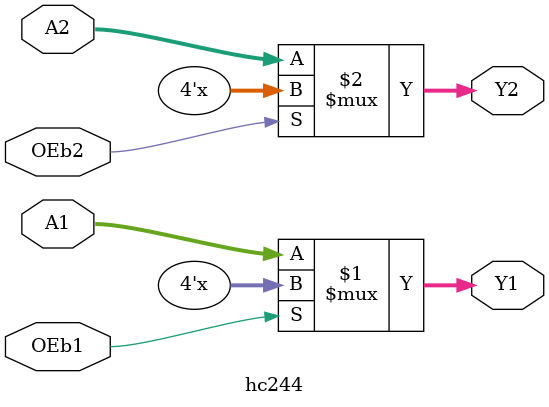
<source format=v>
module hc244 (
	input [3:0] A1,
	input [3:0] A2,
	input OEb1,
	input OEb2,
	output [3:0] Y1,
	output [3:0] Y2
);

assign Y1 = OEb1 ? 4'bzzzz : A1;
assign Y2 = OEb2 ? 4'bzzzz : A2;

endmodule

</source>
